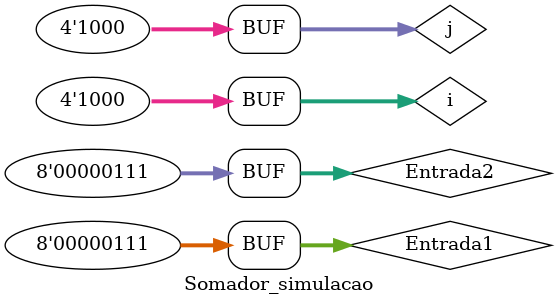
<source format=v>
module Somador_simulacao;
  reg signed [7:0] Entrada1, Entrada2;
  wire signed [7:0] Resultado;
  reg [3:0] j;
  reg [3:0] i;
  

  initial begin
    $monitor("Time=%0d Entrada1=%b Entrada2=%b Resultado=%b",
      $time, Entrada1, Entrada2, Resultado);
    
  end

  always begin
    for(j = 0; j < 8; j = j + 1) begin 
      for(i = 0; i < 8; i = i + 1) begin 
      #1 Entrada1 <= i;
          Entrada2 <= j;
      end
    end
  end

  Somador Somador1 (Entrada1, Entrada2, Resultado);
  
endmodule
</source>
